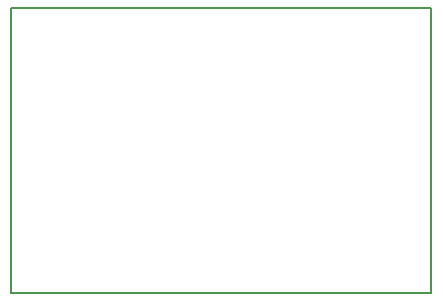
<source format=gbr>
G04 #@! TF.FileFunction,Profile,NP*
%FSLAX46Y46*%
G04 Gerber Fmt 4.6, Leading zero omitted, Abs format (unit mm)*
G04 Created by KiCad (PCBNEW 4.0.2+e4-6225~38~ubuntu15.10.1-stable) date Thu 01 Dec 2016 10:49:50 PM CET*
%MOMM*%
G01*
G04 APERTURE LIST*
%ADD10C,0.100000*%
%ADD11C,0.150000*%
G04 APERTURE END LIST*
D10*
D11*
X35560000Y24130000D02*
X0Y24130000D01*
X35560000Y0D02*
X35560000Y24130000D01*
X0Y0D02*
X35560000Y0D01*
X0Y24130000D02*
X0Y0D01*
M02*

</source>
